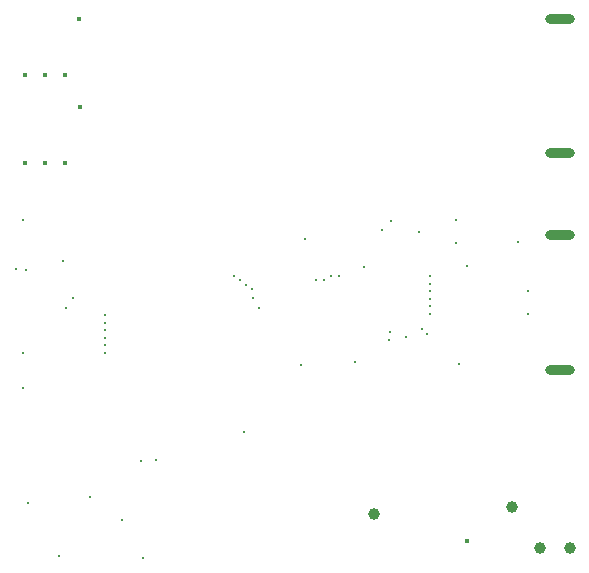
<source format=gbr>
%TF.GenerationSoftware,KiCad,Pcbnew,(6.0.5)*%
%TF.CreationDate,2023-08-07T21:45:29+03:00*%
%TF.ProjectId,JLC2,4a4c4332-2e6b-4696-9361-645f70636258,rev?*%
%TF.SameCoordinates,Original*%
%TF.FileFunction,Plated,1,4,PTH,Mixed*%
%TF.FilePolarity,Positive*%
%FSLAX46Y46*%
G04 Gerber Fmt 4.6, Leading zero omitted, Abs format (unit mm)*
G04 Created by KiCad (PCBNEW (6.0.5)) date 2023-08-07 21:45:29*
%MOMM*%
%LPD*%
G01*
G04 APERTURE LIST*
%TA.AperFunction,ViaDrill*%
%ADD10C,0.300000*%
%TD*%
%TA.AperFunction,ViaDrill*%
%ADD11C,0.400000*%
%TD*%
G04 aperture for slot hole*
%TA.AperFunction,ComponentDrill*%
%ADD12O,2.500000X0.900000*%
%TD*%
%TA.AperFunction,ComponentDrill*%
%ADD13C,1.000000*%
%TD*%
G04 APERTURE END LIST*
D10*
X98970001Y-84159999D03*
X99540001Y-91337499D03*
X99540001Y-94262499D03*
X99580001Y-80019999D03*
X99790001Y-84279999D03*
X100012500Y-104030000D03*
X102625000Y-108460000D03*
X102950001Y-83489999D03*
X103220001Y-87479999D03*
X103840001Y-86679999D03*
X105232500Y-103505000D03*
X106500001Y-90639999D03*
X106500001Y-91269999D03*
X106510001Y-90009999D03*
X106520001Y-88749999D03*
X106520001Y-89379999D03*
X106530001Y-88119999D03*
X107952500Y-105410000D03*
X109610000Y-100420000D03*
X109722500Y-108620000D03*
X110870000Y-100400000D03*
X117450001Y-84759999D03*
X117940001Y-85139999D03*
X118305000Y-97977500D03*
X118450001Y-85499999D03*
X118990001Y-85869999D03*
X119010001Y-86679999D03*
X119580001Y-87459999D03*
X123100001Y-92319999D03*
X123415001Y-81674999D03*
X124400001Y-85089999D03*
X125030001Y-85079999D03*
X125660001Y-84759999D03*
X126320001Y-84749999D03*
X127700001Y-92069999D03*
X128450001Y-84049999D03*
X129980001Y-80899999D03*
X130558001Y-90159999D03*
X130660001Y-89519999D03*
X130710001Y-80119999D03*
X131970001Y-89919999D03*
X133120001Y-81019999D03*
X133330001Y-89229999D03*
X133790001Y-89709999D03*
X134030001Y-87339999D03*
X134030001Y-87969999D03*
X134040001Y-86709999D03*
X134050001Y-85449999D03*
X134050001Y-86079999D03*
X134060001Y-84819999D03*
X136210001Y-80049999D03*
X136210001Y-81949999D03*
X136480001Y-92259999D03*
X137180001Y-83919999D03*
X141520001Y-81939999D03*
X142300001Y-86019999D03*
X142300001Y-88019999D03*
D11*
X99720000Y-75230000D03*
X99750000Y-67760000D03*
X101420000Y-75230000D03*
X101460000Y-67740000D03*
X103140000Y-75190000D03*
X103160000Y-67730000D03*
X104360000Y-63010000D03*
X104400000Y-70430000D03*
X137210000Y-107248750D03*
D12*
%TO.C,J1*%
X145050000Y-63000000D03*
X145050000Y-74400000D03*
X145050001Y-81319999D03*
X145050001Y-92719999D03*
D13*
%TO.C,BAT+*%
X129290000Y-104918750D03*
%TO.C,BAT-*%
X140970000Y-104308750D03*
%TO.C,-USB+*%
X143325000Y-107778750D03*
X145865000Y-107778750D03*
M02*

</source>
